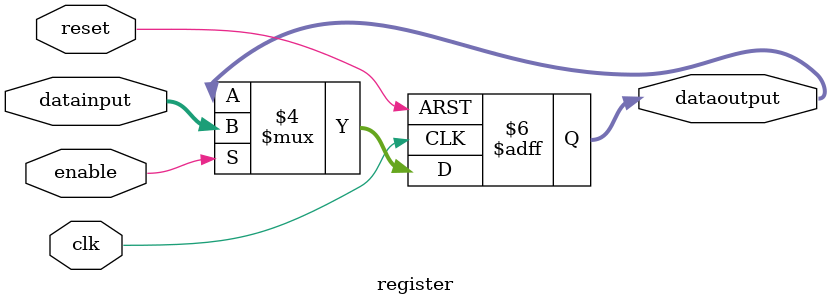
<source format=v>
/******************************************************************
* description
*	this the basic register that is used in the register file
*	1.0
* author:
*	dr. josé luis pizano escalante
* email:
*	luispizano@iteso.mx
* date:
*	01/03/2014
******************************************************************/
module register
#(
	parameter n=32
)
(
	input clk,
	input reset,
	input enable,
	input  [n-1:0] datainput,
	
	
	output reg [n-1:0] dataoutput
);

always@(negedge reset or posedge clk) begin
	if(!reset)
		dataoutput <= 0;
	else	
		if(enable==1)
			dataoutput<=datainput;
end

endmodule
//register

</source>
